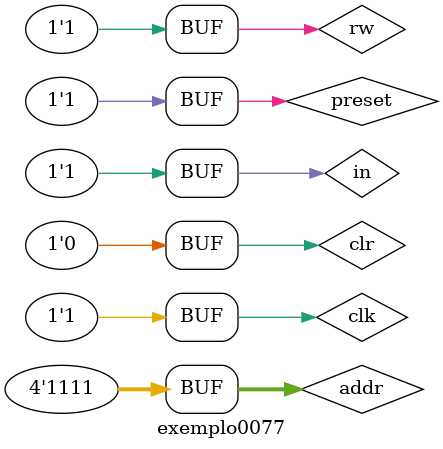
<source format=v>

`include "Exemplo0073.v"

module memoria4x8(output [31:0]out, input clk, input [3:0]addr, input rw, input in, input preset, input clr);

// Chamada das memórias 1x8

memoria1x8 m1(out[31:24], clk, addr[3], rw, in, preset, clr);
memoria1x8 m2(out[23:16], clk, addr[2], rw, in, preset, clr);
memoria1x8 m3(out[15:8], clk, addr[1], rw, in, preset, clr);
memoria1x8 m4(out[7:0], clk, addr[0], rw, in, preset, clr);

endmodule //memoria4x8

// ----------------
// Exemplo0077
// ----------------
module exemplo0077;

// ---------------- Definição de dados
wire [31:0]out;
reg [3:0]addr;
reg clk, rw, in, preset, clr;

// ---------------- Instância
 memoria4x8 memo4_8(out, clk, addr, rw, in, preset, clr);

// ---------------- Preparação
 initial begin: start
  clk = 1;
  addr = 4'b1111;
  rw = 0;
  in = 0;
  preset = 1;
  clr = 0;
 end
 
// ---------------- Parte principal
 initial begin: main
  $display("Exemplo0077 - Josemar Alves Caetano - 448662.");
  $display("Teste Memória RAM 4x8.\n");

  $monitor("Saídas: %b",out);

   #1 clr = 1;
   #1 clr = 0;
   #1 clk = 1; addr = 4'b0001; rw = 1; in = 1;
   #1 clk = 1; addr = 4'b0010; rw = 1; in = 1;
   #1 clk = 1; addr = 4'b0100; rw = 1; in = 1;
   #1 clk = 1; addr = 4'b1000; rw = 1; in = 1;
   #1 addr = 4'b0000;
   #1 addr = 4'b1111;


end

endmodule //exemplo0077




</source>
